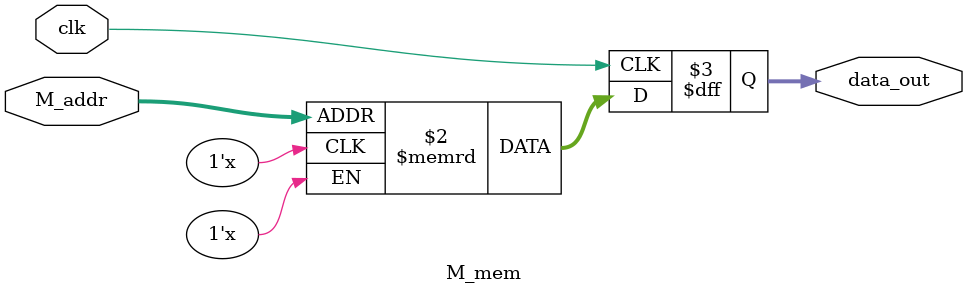
<source format=v>
module M_mem #(
    parameter   DATA_WIDTH  = 16,
    parameter   MEM_SIZE_M  = $clog2(3)
)(
    input      clk,
    input      [MEM_SIZE_M-1:0] M_addr,
    output reg [DATA_WIDTH-1:0] data_out
);

    reg [DATA_WIDTH-1:0] mem [0:(2**MEM_SIZE_M)-1];

    always @(posedge clk) begin
            data_out <= mem[M_addr];
    end

endmodule
</source>
